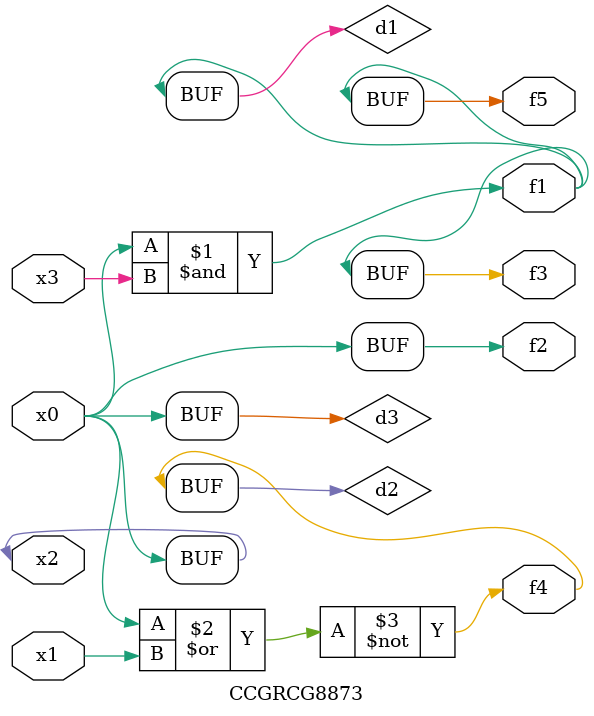
<source format=v>
module CCGRCG8873(
	input x0, x1, x2, x3,
	output f1, f2, f3, f4, f5
);

	wire d1, d2, d3;

	and (d1, x2, x3);
	nor (d2, x0, x1);
	buf (d3, x0, x2);
	assign f1 = d1;
	assign f2 = d3;
	assign f3 = d1;
	assign f4 = d2;
	assign f5 = d1;
endmodule

</source>
